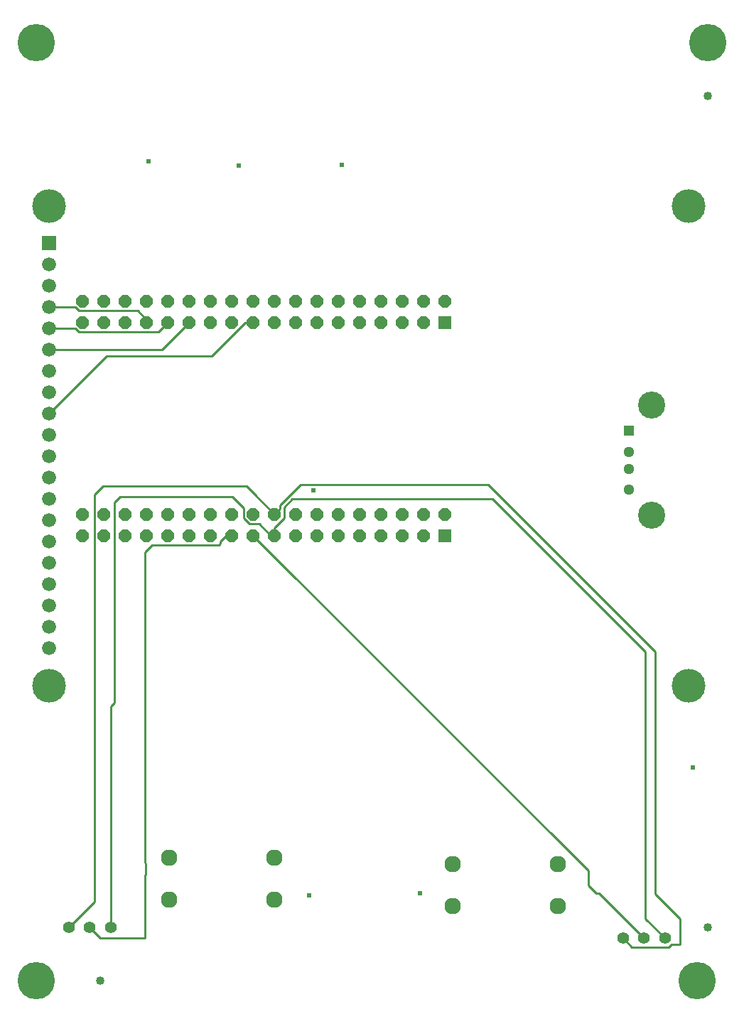
<source format=gbr>
G04 EAGLE Gerber RS-274X export*
G75*
%MOMM*%
%FSLAX34Y34*%
%LPD*%
%INBottom Copper*%
%IPPOS*%
%AMOC8*
5,1,8,0,0,1.08239X$1,22.5*%
G01*
%ADD10R,1.524000X1.524000*%
%ADD11P,1.649562X8X202.500000*%
%ADD12R,1.676400X1.676400*%
%ADD13C,1.676400*%
%ADD14C,4.016000*%
%ADD15C,1.400000*%
%ADD16C,1.960000*%
%ADD17R,1.288000X1.288000*%
%ADD18C,1.288000*%
%ADD19C,3.220000*%
%ADD20C,4.445000*%
%ADD21C,1.016000*%
%ADD22C,0.609600*%
%ADD23C,0.254000*%


D10*
X537800Y568700D03*
D11*
X537800Y594100D03*
X512400Y568700D03*
X512400Y594100D03*
X487000Y568700D03*
X487000Y594100D03*
X461600Y568700D03*
X461600Y594100D03*
X436200Y568700D03*
X436200Y594100D03*
X410800Y568700D03*
X410800Y594100D03*
X385400Y568700D03*
X385400Y594100D03*
X360000Y568700D03*
X360000Y594100D03*
X334600Y568700D03*
X334600Y594100D03*
X309200Y568700D03*
X309200Y594100D03*
X283800Y568700D03*
X283800Y594100D03*
X258400Y568700D03*
X258400Y594100D03*
X233000Y568700D03*
X233000Y594100D03*
X207600Y568700D03*
X207600Y594100D03*
X182200Y568700D03*
X182200Y594100D03*
X156800Y568700D03*
X156800Y594100D03*
X131400Y568700D03*
X131400Y594100D03*
X106000Y568700D03*
X106000Y594100D03*
D10*
X537800Y822700D03*
D11*
X537800Y848100D03*
X512400Y822700D03*
X512400Y848100D03*
X487000Y822700D03*
X487000Y848100D03*
X461600Y822700D03*
X461600Y848100D03*
X436200Y822700D03*
X436200Y848100D03*
X410800Y822700D03*
X410800Y848100D03*
X385400Y822700D03*
X385400Y848100D03*
X360000Y822700D03*
X360000Y848100D03*
X334600Y822700D03*
X334600Y848100D03*
X309200Y822700D03*
X309200Y848100D03*
X283800Y822700D03*
X283800Y848100D03*
X258400Y822700D03*
X258400Y848100D03*
X233000Y822700D03*
X233000Y848100D03*
X207600Y822700D03*
X207600Y848100D03*
X182200Y822700D03*
X182200Y848100D03*
X156800Y822700D03*
X156800Y848100D03*
X131400Y822700D03*
X131400Y848100D03*
X106000Y822700D03*
X106000Y848100D03*
D12*
X66040Y916940D03*
D13*
X66040Y891540D03*
X66040Y866140D03*
X66040Y840740D03*
X66040Y815340D03*
X66040Y789940D03*
X66040Y764540D03*
X66040Y739140D03*
X66040Y713740D03*
X66040Y688340D03*
X66040Y662940D03*
X66040Y637540D03*
X66040Y612140D03*
X66040Y586740D03*
X66040Y561340D03*
X66040Y535940D03*
X66040Y510540D03*
X66040Y485140D03*
X66040Y459740D03*
X66040Y434340D03*
D14*
X66040Y961390D03*
X66040Y389890D03*
X828040Y961390D03*
X828040Y389890D03*
D15*
X749700Y88900D03*
X774700Y88900D03*
X799700Y88900D03*
X89300Y101600D03*
X114300Y101600D03*
X139300Y101600D03*
D16*
X672100Y177400D03*
X672100Y127400D03*
X547100Y127400D03*
X547100Y177400D03*
X334280Y185020D03*
X334280Y135020D03*
X209280Y135020D03*
X209280Y185020D03*
D17*
X756920Y693420D03*
D18*
X756920Y668420D03*
X756920Y648420D03*
X756920Y623420D03*
D19*
X784020Y724120D03*
X784020Y592720D03*
D20*
X850900Y1155700D03*
X838200Y38100D03*
X50800Y38100D03*
X50800Y1155700D03*
D21*
X850900Y101600D03*
X127000Y38100D03*
X850900Y1092200D03*
D22*
X833120Y292100D03*
X184404Y1014476D03*
X415036Y1010158D03*
X291592Y1009396D03*
D23*
X97196Y840740D02*
X66040Y840740D01*
X97196Y840740D02*
X101266Y836670D01*
X171710Y836670D01*
X182200Y826180D01*
X182200Y822700D01*
X97196Y815340D02*
X66040Y815340D01*
X97196Y815340D02*
X101266Y811270D01*
X196170Y811270D01*
X207600Y822700D01*
X200240Y789940D02*
X66040Y789940D01*
X200240Y789940D02*
X233000Y822700D01*
X119780Y617220D02*
X119780Y132080D01*
X89300Y101600D01*
X309410Y619290D02*
X308940Y619760D01*
X309410Y619290D02*
X334600Y594100D01*
X807368Y81280D02*
X804178Y78090D01*
X807368Y81280D02*
X817880Y81280D01*
X760510Y78090D02*
X749700Y88900D01*
X760510Y78090D02*
X804178Y78090D01*
X817880Y81280D02*
X817880Y112174D01*
X788070Y141984D01*
X788070Y430338D01*
X340950Y600450D02*
X340950Y604674D01*
X340950Y600450D02*
X334600Y594100D01*
X340950Y604674D02*
X365434Y629158D01*
X589250Y629158D02*
X788070Y430338D01*
X589250Y629158D02*
X365434Y629158D01*
X129940Y627380D02*
X119780Y617220D01*
X301320Y627380D02*
X308940Y619760D01*
X301320Y627380D02*
X129940Y627380D01*
X114300Y101600D02*
X127000Y88900D01*
X180340Y88900D01*
X180340Y164574D01*
X180610Y164844D01*
X180610Y178356D01*
X180340Y178626D01*
X180340Y548640D01*
X188970Y557270D01*
X269745Y561845D02*
X276600Y568700D01*
X269745Y561845D02*
X269745Y558800D01*
X276600Y568700D02*
X283800Y568700D01*
X269745Y558800D02*
X268215Y557270D01*
X188970Y557270D01*
X708390Y152144D02*
X717944Y142590D01*
X708390Y169510D02*
X309200Y568700D01*
X708390Y169510D02*
X708390Y152144D01*
X717944Y142590D02*
X721010Y142590D01*
X774700Y88900D01*
X134620Y782320D02*
X66040Y713740D01*
X299965Y822700D02*
X309200Y822700D01*
X259585Y782320D02*
X134620Y782320D01*
X259585Y782320D02*
X299965Y822700D01*
D22*
X381000Y622300D03*
X375920Y139700D03*
X508000Y142240D03*
D23*
X334600Y568700D02*
X330445Y568700D01*
X143510Y608070D02*
X143510Y369570D01*
X139300Y365360D01*
X304466Y582670D02*
X297770Y589366D01*
X316475Y582670D02*
X330445Y568700D01*
X297770Y589366D02*
X297770Y601375D01*
X304466Y582670D02*
X316475Y582670D01*
X139300Y365360D02*
X139300Y101600D01*
X334600Y568700D02*
X334600Y577936D01*
X346030Y602570D02*
X355600Y612140D01*
X346030Y589366D02*
X334600Y577936D01*
X346030Y589366D02*
X346030Y602570D01*
X355600Y612140D02*
X594360Y612140D01*
X776210Y430290D02*
X776210Y112390D01*
X799700Y88900D01*
X776210Y430290D02*
X594360Y612140D01*
X150120Y614680D02*
X143510Y608070D01*
X284465Y614680D02*
X297770Y601375D01*
X284465Y614680D02*
X150120Y614680D01*
M02*

</source>
